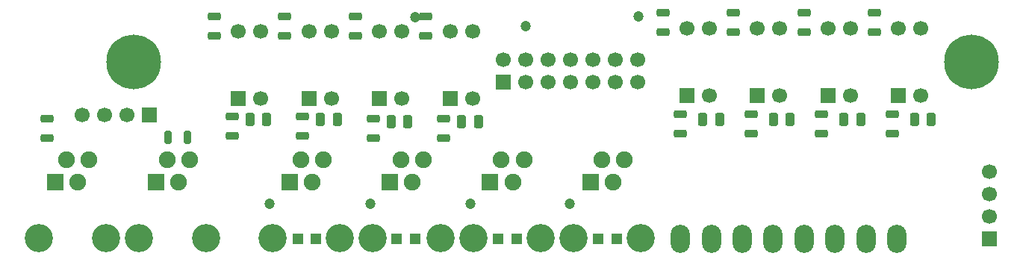
<source format=gts>
G04 Layer_Color=8388736*
%FSLAX42Y42*%
%MOMM*%
G71*
G01*
G75*
%ADD26C,1.70*%
%ADD28R,1.70X1.70*%
%ADD33R,1.20X1.20*%
G04:AMPARAMS|DCode=34|XSize=0.9mm|YSize=1.5mm|CornerRadius=0.28mm|HoleSize=0mm|Usage=FLASHONLY|Rotation=270.000|XOffset=0mm|YOffset=0mm|HoleType=Round|Shape=RoundedRectangle|*
%AMROUNDEDRECTD34*
21,1,0.90,0.95,0,0,270.0*
21,1,0.35,1.50,0,0,270.0*
1,1,0.55,-0.47,-0.17*
1,1,0.55,-0.47,0.17*
1,1,0.55,0.47,0.17*
1,1,0.55,0.47,-0.17*
%
%ADD34ROUNDEDRECTD34*%
G04:AMPARAMS|DCode=35|XSize=1.1mm|YSize=1.5mm|CornerRadius=0.33mm|HoleSize=0mm|Usage=FLASHONLY|Rotation=0.000|XOffset=0mm|YOffset=0mm|HoleType=Round|Shape=RoundedRectangle|*
%AMROUNDEDRECTD35*
21,1,1.10,0.85,0,0,0.0*
21,1,0.45,1.50,0,0,0.0*
1,1,0.65,0.23,-0.42*
1,1,0.65,-0.23,-0.42*
1,1,0.65,-0.23,0.42*
1,1,0.65,0.23,0.42*
%
%ADD35ROUNDEDRECTD35*%
G04:AMPARAMS|DCode=36|XSize=0.9mm|YSize=1.5mm|CornerRadius=0.28mm|HoleSize=0mm|Usage=FLASHONLY|Rotation=0.000|XOffset=0mm|YOffset=0mm|HoleType=Round|Shape=RoundedRectangle|*
%AMROUNDEDRECTD36*
21,1,0.90,0.95,0,0,0.0*
21,1,0.35,1.50,0,0,0.0*
1,1,0.55,0.17,-0.47*
1,1,0.55,-0.17,-0.47*
1,1,0.55,-0.17,0.47*
1,1,0.55,0.17,0.47*
%
%ADD36ROUNDEDRECTD36*%
%ADD37C,6.20*%
%ADD38C,1.70*%
%ADD39R,1.70X1.70*%
%ADD40R,1.70X1.70*%
%ADD41C,1.90*%
%ADD42C,3.20*%
%ADD43R,1.90X1.90*%
%ADD44O,2.20X3.20*%
%ADD45C,1.20*%
D26*
X-10087Y-600D02*
D03*
X-9833D02*
D03*
X-9579D02*
D03*
X200Y-1238D02*
D03*
Y-1492D02*
D03*
Y-1746D02*
D03*
X-5312Y27D02*
D03*
X-5058D02*
D03*
X-4804D02*
D03*
X-4550D02*
D03*
X-4296D02*
D03*
X-4042D02*
D03*
X-3788D02*
D03*
Y-227D02*
D03*
X-4296D02*
D03*
X-4804D02*
D03*
X-5058D02*
D03*
X-4550D02*
D03*
X-4042D02*
D03*
D28*
X-9325Y-600D02*
D03*
X-5312Y-227D02*
D03*
D33*
X-7432Y-2002D02*
D03*
X-7642D02*
D03*
X-6307D02*
D03*
X-6517D02*
D03*
X-5157D02*
D03*
X-5367D02*
D03*
X-4027D02*
D03*
X-4237D02*
D03*
D34*
X-8387Y-837D02*
D03*
Y-617D02*
D03*
X-7587Y-837D02*
D03*
Y-617D02*
D03*
X-8589Y301D02*
D03*
Y520D02*
D03*
X-7789Y301D02*
D03*
Y520D02*
D03*
X-6989Y301D02*
D03*
Y520D02*
D03*
X-6787Y-862D02*
D03*
Y-642D02*
D03*
X-6190Y301D02*
D03*
Y520D02*
D03*
X-5988Y-860D02*
D03*
Y-640D02*
D03*
X-10482Y-638D02*
D03*
Y-857D02*
D03*
X-3500Y340D02*
D03*
Y560D02*
D03*
X-2700Y340D02*
D03*
Y560D02*
D03*
X-1900Y340D02*
D03*
Y560D02*
D03*
X-1100Y340D02*
D03*
Y560D02*
D03*
X-3300Y-810D02*
D03*
Y-590D02*
D03*
X-2500Y-810D02*
D03*
Y-590D02*
D03*
X-1700Y-810D02*
D03*
Y-590D02*
D03*
X-900Y-810D02*
D03*
Y-590D02*
D03*
D35*
X-7992Y-652D02*
D03*
X-8182D02*
D03*
X-7192D02*
D03*
X-7382D02*
D03*
X-6392Y-677D02*
D03*
X-6582D02*
D03*
X-5592D02*
D03*
X-5782D02*
D03*
X-455Y-650D02*
D03*
X-645D02*
D03*
X-1255D02*
D03*
X-1445D02*
D03*
X-2055D02*
D03*
X-2245D02*
D03*
X-2855D02*
D03*
X-3045D02*
D03*
D36*
X-8890Y-850D02*
D03*
X-9110D02*
D03*
D37*
X-9500Y0D02*
D03*
X0Y0D02*
D03*
D38*
X-573Y381D02*
D03*
X-827D02*
D03*
X-573Y-381D02*
D03*
X-1373Y381D02*
D03*
X-1627D02*
D03*
X-1373Y-381D02*
D03*
X-2173Y381D02*
D03*
X-2427D02*
D03*
X-2173Y-381D02*
D03*
X-2973Y381D02*
D03*
X-3227D02*
D03*
X-2973Y-381D02*
D03*
X-8060Y354D02*
D03*
X-8314D02*
D03*
X-8060Y-408D02*
D03*
X-7260Y354D02*
D03*
X-7514D02*
D03*
X-7260Y-408D02*
D03*
X-5660Y354D02*
D03*
X-5914D02*
D03*
X-5660Y-408D02*
D03*
X-6460Y354D02*
D03*
X-6714D02*
D03*
X-6460Y-408D02*
D03*
D39*
X-827Y-381D02*
D03*
X-1627D02*
D03*
X-2427D02*
D03*
X-3227D02*
D03*
X-8314Y-408D02*
D03*
X-7514D02*
D03*
X-5914D02*
D03*
X-6714D02*
D03*
D40*
X200Y-2000D02*
D03*
D41*
X-7354Y-1102D02*
D03*
X-7481Y-1356D02*
D03*
X-7608Y-1102D02*
D03*
X-6468D02*
D03*
X-6341Y-1356D02*
D03*
X-6214Y-1102D02*
D03*
X-5076D02*
D03*
X-5203Y-1356D02*
D03*
X-5331Y-1102D02*
D03*
X-4196D02*
D03*
X-4069Y-1356D02*
D03*
X-3942Y-1102D02*
D03*
X-8869Y-1105D02*
D03*
X-8996Y-1359D02*
D03*
X-9123Y-1105D02*
D03*
X-10261D02*
D03*
X-10133Y-1359D02*
D03*
X-10007Y-1105D02*
D03*
D42*
X-7928Y-1992D02*
D03*
X-7161D02*
D03*
X-6022D02*
D03*
X-6788D02*
D03*
X-5650D02*
D03*
X-4884D02*
D03*
X-3749D02*
D03*
X-4515D02*
D03*
X-9443Y-1994D02*
D03*
X-8676D02*
D03*
X-9814D02*
D03*
X-10580D02*
D03*
D43*
X-7735Y-1356D02*
D03*
X-6595D02*
D03*
X-5458D02*
D03*
X-4322D02*
D03*
X-9250Y-1359D02*
D03*
X-10388D02*
D03*
D44*
X-849Y-2002D02*
D03*
X-1199D02*
D03*
X-1549D02*
D03*
X-1900D02*
D03*
X-2250D02*
D03*
X-2600D02*
D03*
X-2950D02*
D03*
X-3299D02*
D03*
D45*
X-7962Y-1602D02*
D03*
X-6818Y-1608D02*
D03*
X-5685Y-1605D02*
D03*
X-4560Y-1602D02*
D03*
X-5060Y412D02*
D03*
X-6308Y512D02*
D03*
X-3775Y522D02*
D03*
M02*

</source>
